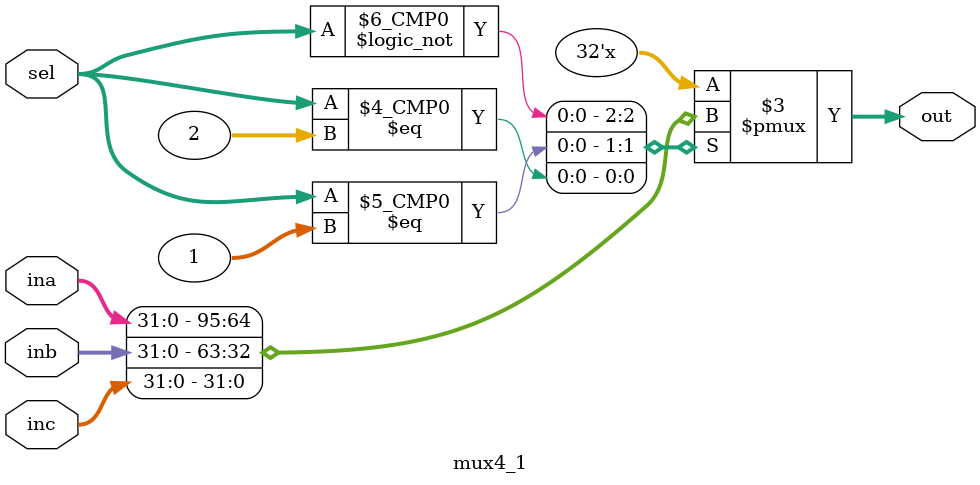
<source format=v>
`timescale 1ns / 1ps


module mux4_1(input [31:0] ina, inb, inc,
              input [31:0] sel,
              output reg [31:0] out);
    always@(*) begin
        case(sel)
            2'b00: out = ina;
            2'b01: out = inb;
            2'b10: out = inc;
        endcase
    end
endmodule

</source>
